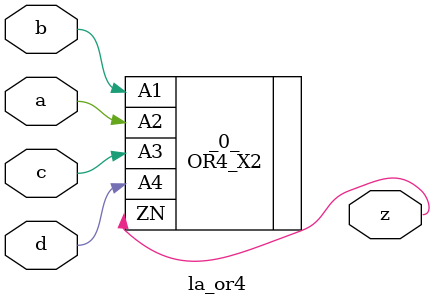
<source format=v>
/* Generated by Yosys 0.37 (git sha1 a5c7f69ed, clang 14.0.0-1ubuntu1.1 -fPIC -Os) */

module la_or4(a, b, c, d, z);
  input a;
  wire a;
  input b;
  wire b;
  input c;
  wire c;
  input d;
  wire d;
  output z;
  wire z;
  OR4_X2 _0_ (
    .A1(b),
    .A2(a),
    .A3(c),
    .A4(d),
    .ZN(z)
  );
endmodule

</source>
